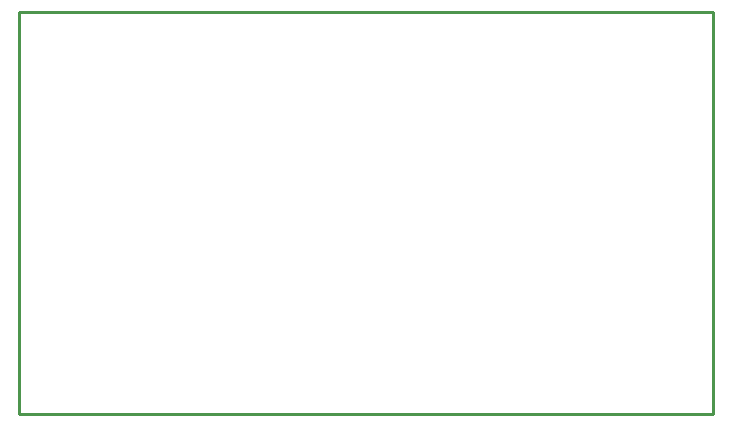
<source format=gbr>
%TF.GenerationSoftware,Altium Limited,Altium Designer,24.9.1 (31)*%
G04 Layer_Color=16711935*
%FSLAX45Y45*%
%MOMM*%
%TF.SameCoordinates,1ED834A1-E46C-4F5A-A45D-C8FB9AE456DD*%
%TF.FilePolarity,Positive*%
%TF.FileFunction,Keep-out,Top*%
%TF.Part,Single*%
G01*
G75*
%TA.AperFunction,NonConductor*%
%ADD39C,0.25400*%
D39*
X0Y0D02*
X5875000D01*
X0Y3410000D02*
X5875000D01*
Y0D02*
Y3410000D01*
X0Y0D02*
Y3410000D01*
%TF.MD5,848f66e1589fc1569bbb167052583630*%
M02*

</source>
